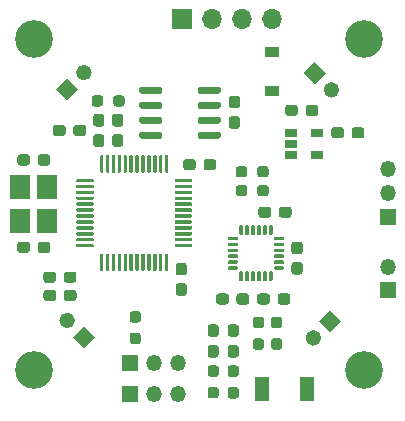
<source format=gbr>
%TF.GenerationSoftware,KiCad,Pcbnew,(5.1.7)-1*%
%TF.CreationDate,2020-10-30T21:16:44-07:00*%
%TF.ProjectId,Drone,44726f6e-652e-46b6-9963-61645f706362,rev?*%
%TF.SameCoordinates,Original*%
%TF.FileFunction,Soldermask,Top*%
%TF.FilePolarity,Negative*%
%FSLAX46Y46*%
G04 Gerber Fmt 4.6, Leading zero omitted, Abs format (unit mm)*
G04 Created by KiCad (PCBNEW (5.1.7)-1) date 2020-10-30 21:16:44*
%MOMM*%
%LPD*%
G01*
G04 APERTURE LIST*
%ADD10O,1.700000X1.700000*%
%ADD11R,1.700000X1.700000*%
%ADD12O,1.350000X1.350000*%
%ADD13R,1.350000X1.350000*%
%ADD14C,0.100000*%
%ADD15R,1.200000X0.900000*%
%ADD16C,3.200000*%
%ADD17R,1.800000X2.100000*%
%ADD18R,1.200000X2.150000*%
%ADD19R,1.060000X0.650000*%
G04 APERTURE END LIST*
D10*
%TO.C,J1*%
X87640000Y-60800000D03*
D11*
X85100000Y-60800000D03*
D10*
X90180000Y-60800000D03*
X92720000Y-60800000D03*
%TD*%
D12*
%TO.C,J5*%
X102500000Y-81750000D03*
D13*
X102500000Y-83750000D03*
%TD*%
D12*
%TO.C,J2*%
X102500000Y-75500000D03*
D13*
X102500000Y-77500000D03*
D12*
X102500000Y-73500000D03*
%TD*%
%TO.C,J4*%
X82700000Y-92500000D03*
D13*
X80700000Y-92500000D03*
D12*
X84700000Y-92500000D03*
%TD*%
%TO.C,J3*%
X82700000Y-89900000D03*
D13*
X80700000Y-89900000D03*
D12*
X84700000Y-89900000D03*
%TD*%
%TO.C,S4*%
G36*
G01*
X75813083Y-85808489D02*
X75813083Y-85808489D01*
G75*
G02*
X75813083Y-86763083I-477297J-477297D01*
G01*
X75813083Y-86763083D01*
G75*
G02*
X74858489Y-86763083I-477297J477297D01*
G01*
X74858489Y-86763083D01*
G75*
G02*
X74858489Y-85808489I477297J477297D01*
G01*
X74858489Y-85808489D01*
G75*
G02*
X75813083Y-85808489I477297J-477297D01*
G01*
G37*
D14*
G36*
X76750000Y-86745406D02*
G01*
X77704594Y-87700000D01*
X76750000Y-88654594D01*
X75795406Y-87700000D01*
X76750000Y-86745406D01*
G37*
%TD*%
%TO.C,S3*%
G36*
G01*
X77227297Y-65777297D02*
X77227297Y-65777297D01*
G75*
G02*
X76272703Y-65777297I-477297J477297D01*
G01*
X76272703Y-65777297D01*
G75*
G02*
X76272703Y-64822703I477297J477297D01*
G01*
X76272703Y-64822703D01*
G75*
G02*
X77227297Y-64822703I477297J-477297D01*
G01*
X77227297Y-64822703D01*
G75*
G02*
X77227297Y-65777297I-477297J-477297D01*
G01*
G37*
G36*
X76290380Y-66714214D02*
G01*
X75335786Y-67668808D01*
X74381192Y-66714214D01*
X75335786Y-65759620D01*
X76290380Y-66714214D01*
G37*
%TD*%
%TO.C,S2*%
G36*
G01*
X97236917Y-67241511D02*
X97236917Y-67241511D01*
G75*
G02*
X97236917Y-66286917I477297J477297D01*
G01*
X97236917Y-66286917D01*
G75*
G02*
X98191511Y-66286917I477297J-477297D01*
G01*
X98191511Y-66286917D01*
G75*
G02*
X98191511Y-67241511I-477297J-477297D01*
G01*
X98191511Y-67241511D01*
G75*
G02*
X97236917Y-67241511I-477297J477297D01*
G01*
G37*
G36*
X96300000Y-66304594D02*
G01*
X95345406Y-65350000D01*
X96300000Y-64395406D01*
X97254594Y-65350000D01*
X96300000Y-66304594D01*
G37*
%TD*%
%TO.C,S1*%
G36*
G01*
X95708489Y-87286917D02*
X95708489Y-87286917D01*
G75*
G02*
X96663083Y-87286917I477297J-477297D01*
G01*
X96663083Y-87286917D01*
G75*
G02*
X96663083Y-88241511I-477297J-477297D01*
G01*
X96663083Y-88241511D01*
G75*
G02*
X95708489Y-88241511I-477297J477297D01*
G01*
X95708489Y-88241511D01*
G75*
G02*
X95708489Y-87286917I477297J477297D01*
G01*
G37*
G36*
X96645406Y-86350000D02*
G01*
X97600000Y-85395406D01*
X98554594Y-86350000D01*
X97600000Y-87304594D01*
X96645406Y-86350000D01*
G37*
%TD*%
D15*
%TO.C,D1*%
X92700000Y-66850000D03*
X92700000Y-63550000D03*
%TD*%
%TO.C,C15*%
G36*
G01*
X93150000Y-84712500D02*
X93150000Y-84237500D01*
G75*
G02*
X93387500Y-84000000I237500J0D01*
G01*
X93987500Y-84000000D01*
G75*
G02*
X94225000Y-84237500I0J-237500D01*
G01*
X94225000Y-84712500D01*
G75*
G02*
X93987500Y-84950000I-237500J0D01*
G01*
X93387500Y-84950000D01*
G75*
G02*
X93150000Y-84712500I0J237500D01*
G01*
G37*
G36*
G01*
X91425000Y-84712500D02*
X91425000Y-84237500D01*
G75*
G02*
X91662500Y-84000000I237500J0D01*
G01*
X92262500Y-84000000D01*
G75*
G02*
X92500000Y-84237500I0J-237500D01*
G01*
X92500000Y-84712500D01*
G75*
G02*
X92262500Y-84950000I-237500J0D01*
G01*
X91662500Y-84950000D01*
G75*
G02*
X91425000Y-84712500I0J237500D01*
G01*
G37*
%TD*%
D16*
%TO.C,H5*%
X72500000Y-62500000D03*
%TD*%
%TO.C,D2*%
G36*
G01*
X87937500Y-89425000D02*
X87462500Y-89425000D01*
G75*
G02*
X87225000Y-89187500I0J237500D01*
G01*
X87225000Y-88612500D01*
G75*
G02*
X87462500Y-88375000I237500J0D01*
G01*
X87937500Y-88375000D01*
G75*
G02*
X88175000Y-88612500I0J-237500D01*
G01*
X88175000Y-89187500D01*
G75*
G02*
X87937500Y-89425000I-237500J0D01*
G01*
G37*
G36*
G01*
X87937500Y-87675000D02*
X87462500Y-87675000D01*
G75*
G02*
X87225000Y-87437500I0J237500D01*
G01*
X87225000Y-86862500D01*
G75*
G02*
X87462500Y-86625000I237500J0D01*
G01*
X87937500Y-86625000D01*
G75*
G02*
X88175000Y-86862500I0J-237500D01*
G01*
X88175000Y-87437500D01*
G75*
G02*
X87937500Y-87675000I-237500J0D01*
G01*
G37*
%TD*%
%TO.C,D3*%
G36*
G01*
X89637500Y-87675000D02*
X89162500Y-87675000D01*
G75*
G02*
X88925000Y-87437500I0J237500D01*
G01*
X88925000Y-86862500D01*
G75*
G02*
X89162500Y-86625000I237500J0D01*
G01*
X89637500Y-86625000D01*
G75*
G02*
X89875000Y-86862500I0J-237500D01*
G01*
X89875000Y-87437500D01*
G75*
G02*
X89637500Y-87675000I-237500J0D01*
G01*
G37*
G36*
G01*
X89637500Y-89425000D02*
X89162500Y-89425000D01*
G75*
G02*
X88925000Y-89187500I0J237500D01*
G01*
X88925000Y-88612500D01*
G75*
G02*
X89162500Y-88375000I237500J0D01*
G01*
X89637500Y-88375000D01*
G75*
G02*
X89875000Y-88612500I0J-237500D01*
G01*
X89875000Y-89187500D01*
G75*
G02*
X89637500Y-89425000I-237500J0D01*
G01*
G37*
%TD*%
%TO.C,H3*%
X100500000Y-90500000D03*
%TD*%
%TO.C,H4*%
X100500000Y-62500000D03*
%TD*%
%TO.C,H6*%
X72500000Y-90500000D03*
%TD*%
D17*
%TO.C,Y1*%
X71370000Y-74950000D03*
X71370000Y-77850000D03*
X73670000Y-77850000D03*
X73670000Y-74950000D03*
%TD*%
%TO.C,R1*%
G36*
G01*
X80212500Y-67462500D02*
X80212500Y-67937500D01*
G75*
G02*
X79975000Y-68175000I-237500J0D01*
G01*
X79475000Y-68175000D01*
G75*
G02*
X79237500Y-67937500I0J237500D01*
G01*
X79237500Y-67462500D01*
G75*
G02*
X79475000Y-67225000I237500J0D01*
G01*
X79975000Y-67225000D01*
G75*
G02*
X80212500Y-67462500I0J-237500D01*
G01*
G37*
G36*
G01*
X78387500Y-67462500D02*
X78387500Y-67937500D01*
G75*
G02*
X78150000Y-68175000I-237500J0D01*
G01*
X77650000Y-68175000D01*
G75*
G02*
X77412500Y-67937500I0J237500D01*
G01*
X77412500Y-67462500D01*
G75*
G02*
X77650000Y-67225000I237500J0D01*
G01*
X78150000Y-67225000D01*
G75*
G02*
X78387500Y-67462500I0J-237500D01*
G01*
G37*
%TD*%
%TO.C,R2*%
G36*
G01*
X80862500Y-85500000D02*
X81337500Y-85500000D01*
G75*
G02*
X81575000Y-85737500I0J-237500D01*
G01*
X81575000Y-86237500D01*
G75*
G02*
X81337500Y-86475000I-237500J0D01*
G01*
X80862500Y-86475000D01*
G75*
G02*
X80625000Y-86237500I0J237500D01*
G01*
X80625000Y-85737500D01*
G75*
G02*
X80862500Y-85500000I237500J0D01*
G01*
G37*
G36*
G01*
X80862500Y-87325000D02*
X81337500Y-87325000D01*
G75*
G02*
X81575000Y-87562500I0J-237500D01*
G01*
X81575000Y-88062500D01*
G75*
G02*
X81337500Y-88300000I-237500J0D01*
G01*
X80862500Y-88300000D01*
G75*
G02*
X80625000Y-88062500I0J237500D01*
G01*
X80625000Y-87562500D01*
G75*
G02*
X80862500Y-87325000I237500J0D01*
G01*
G37*
%TD*%
%TO.C,R3*%
G36*
G01*
X90587500Y-75062500D02*
X90587500Y-75537500D01*
G75*
G02*
X90350000Y-75775000I-237500J0D01*
G01*
X89850000Y-75775000D01*
G75*
G02*
X89612500Y-75537500I0J237500D01*
G01*
X89612500Y-75062500D01*
G75*
G02*
X89850000Y-74825000I237500J0D01*
G01*
X90350000Y-74825000D01*
G75*
G02*
X90587500Y-75062500I0J-237500D01*
G01*
G37*
G36*
G01*
X92412500Y-75062500D02*
X92412500Y-75537500D01*
G75*
G02*
X92175000Y-75775000I-237500J0D01*
G01*
X91675000Y-75775000D01*
G75*
G02*
X91437500Y-75537500I0J237500D01*
G01*
X91437500Y-75062500D01*
G75*
G02*
X91675000Y-74825000I237500J0D01*
G01*
X92175000Y-74825000D01*
G75*
G02*
X92412500Y-75062500I0J-237500D01*
G01*
G37*
%TD*%
%TO.C,R4*%
G36*
G01*
X92400000Y-73462500D02*
X92400000Y-73937500D01*
G75*
G02*
X92162500Y-74175000I-237500J0D01*
G01*
X91662500Y-74175000D01*
G75*
G02*
X91425000Y-73937500I0J237500D01*
G01*
X91425000Y-73462500D01*
G75*
G02*
X91662500Y-73225000I237500J0D01*
G01*
X92162500Y-73225000D01*
G75*
G02*
X92400000Y-73462500I0J-237500D01*
G01*
G37*
G36*
G01*
X90575000Y-73462500D02*
X90575000Y-73937500D01*
G75*
G02*
X90337500Y-74175000I-237500J0D01*
G01*
X89837500Y-74175000D01*
G75*
G02*
X89600000Y-73937500I0J237500D01*
G01*
X89600000Y-73462500D01*
G75*
G02*
X89837500Y-73225000I237500J0D01*
G01*
X90337500Y-73225000D01*
G75*
G02*
X90575000Y-73462500I0J-237500D01*
G01*
G37*
%TD*%
%TO.C,R5*%
G36*
G01*
X92837500Y-87800000D02*
X93312500Y-87800000D01*
G75*
G02*
X93550000Y-88037500I0J-237500D01*
G01*
X93550000Y-88537500D01*
G75*
G02*
X93312500Y-88775000I-237500J0D01*
G01*
X92837500Y-88775000D01*
G75*
G02*
X92600000Y-88537500I0J237500D01*
G01*
X92600000Y-88037500D01*
G75*
G02*
X92837500Y-87800000I237500J0D01*
G01*
G37*
G36*
G01*
X92837500Y-85975000D02*
X93312500Y-85975000D01*
G75*
G02*
X93550000Y-86212500I0J-237500D01*
G01*
X93550000Y-86712500D01*
G75*
G02*
X93312500Y-86950000I-237500J0D01*
G01*
X92837500Y-86950000D01*
G75*
G02*
X92600000Y-86712500I0J237500D01*
G01*
X92600000Y-86212500D01*
G75*
G02*
X92837500Y-85975000I237500J0D01*
G01*
G37*
%TD*%
%TO.C,R6*%
G36*
G01*
X91292499Y-87810001D02*
X91767499Y-87810001D01*
G75*
G02*
X92004999Y-88047501I0J-237500D01*
G01*
X92004999Y-88547501D01*
G75*
G02*
X91767499Y-88785001I-237500J0D01*
G01*
X91292499Y-88785001D01*
G75*
G02*
X91054999Y-88547501I0J237500D01*
G01*
X91054999Y-88047501D01*
G75*
G02*
X91292499Y-87810001I237500J0D01*
G01*
G37*
G36*
G01*
X91292499Y-85985001D02*
X91767499Y-85985001D01*
G75*
G02*
X92004999Y-86222501I0J-237500D01*
G01*
X92004999Y-86722501D01*
G75*
G02*
X91767499Y-86960001I-237500J0D01*
G01*
X91292499Y-86960001D01*
G75*
G02*
X91054999Y-86722501I0J237500D01*
G01*
X91054999Y-86222501D01*
G75*
G02*
X91292499Y-85985001I237500J0D01*
G01*
G37*
%TD*%
%TO.C,R7*%
G36*
G01*
X87462500Y-91912500D02*
X87937500Y-91912500D01*
G75*
G02*
X88175000Y-92150000I0J-237500D01*
G01*
X88175000Y-92650000D01*
G75*
G02*
X87937500Y-92887500I-237500J0D01*
G01*
X87462500Y-92887500D01*
G75*
G02*
X87225000Y-92650000I0J237500D01*
G01*
X87225000Y-92150000D01*
G75*
G02*
X87462500Y-91912500I237500J0D01*
G01*
G37*
G36*
G01*
X87462500Y-90087500D02*
X87937500Y-90087500D01*
G75*
G02*
X88175000Y-90325000I0J-237500D01*
G01*
X88175000Y-90825000D01*
G75*
G02*
X87937500Y-91062500I-237500J0D01*
G01*
X87462500Y-91062500D01*
G75*
G02*
X87225000Y-90825000I0J237500D01*
G01*
X87225000Y-90325000D01*
G75*
G02*
X87462500Y-90087500I237500J0D01*
G01*
G37*
%TD*%
%TO.C,R8*%
G36*
G01*
X89162500Y-90100000D02*
X89637500Y-90100000D01*
G75*
G02*
X89875000Y-90337500I0J-237500D01*
G01*
X89875000Y-90837500D01*
G75*
G02*
X89637500Y-91075000I-237500J0D01*
G01*
X89162500Y-91075000D01*
G75*
G02*
X88925000Y-90837500I0J237500D01*
G01*
X88925000Y-90337500D01*
G75*
G02*
X89162500Y-90100000I237500J0D01*
G01*
G37*
G36*
G01*
X89162500Y-91925000D02*
X89637500Y-91925000D01*
G75*
G02*
X89875000Y-92162500I0J-237500D01*
G01*
X89875000Y-92662500D01*
G75*
G02*
X89637500Y-92900000I-237500J0D01*
G01*
X89162500Y-92900000D01*
G75*
G02*
X88925000Y-92662500I0J237500D01*
G01*
X88925000Y-92162500D01*
G75*
G02*
X89162500Y-91925000I237500J0D01*
G01*
G37*
%TD*%
D18*
%TO.C,SW1*%
X91875000Y-92100000D03*
X95675000Y-92100000D03*
%TD*%
D19*
%TO.C,U1*%
X94300000Y-70400000D03*
X94300000Y-71350000D03*
X94300000Y-72300000D03*
X96500000Y-72300000D03*
X96500000Y-70400000D03*
%TD*%
%TO.C,U2*%
G36*
G01*
X81450000Y-66945000D02*
X81450000Y-66645000D01*
G75*
G02*
X81600000Y-66495000I150000J0D01*
G01*
X83250000Y-66495000D01*
G75*
G02*
X83400000Y-66645000I0J-150000D01*
G01*
X83400000Y-66945000D01*
G75*
G02*
X83250000Y-67095000I-150000J0D01*
G01*
X81600000Y-67095000D01*
G75*
G02*
X81450000Y-66945000I0J150000D01*
G01*
G37*
G36*
G01*
X81450000Y-68215000D02*
X81450000Y-67915000D01*
G75*
G02*
X81600000Y-67765000I150000J0D01*
G01*
X83250000Y-67765000D01*
G75*
G02*
X83400000Y-67915000I0J-150000D01*
G01*
X83400000Y-68215000D01*
G75*
G02*
X83250000Y-68365000I-150000J0D01*
G01*
X81600000Y-68365000D01*
G75*
G02*
X81450000Y-68215000I0J150000D01*
G01*
G37*
G36*
G01*
X81450000Y-69485000D02*
X81450000Y-69185000D01*
G75*
G02*
X81600000Y-69035000I150000J0D01*
G01*
X83250000Y-69035000D01*
G75*
G02*
X83400000Y-69185000I0J-150000D01*
G01*
X83400000Y-69485000D01*
G75*
G02*
X83250000Y-69635000I-150000J0D01*
G01*
X81600000Y-69635000D01*
G75*
G02*
X81450000Y-69485000I0J150000D01*
G01*
G37*
G36*
G01*
X81450000Y-70755000D02*
X81450000Y-70455000D01*
G75*
G02*
X81600000Y-70305000I150000J0D01*
G01*
X83250000Y-70305000D01*
G75*
G02*
X83400000Y-70455000I0J-150000D01*
G01*
X83400000Y-70755000D01*
G75*
G02*
X83250000Y-70905000I-150000J0D01*
G01*
X81600000Y-70905000D01*
G75*
G02*
X81450000Y-70755000I0J150000D01*
G01*
G37*
G36*
G01*
X86400000Y-70755000D02*
X86400000Y-70455000D01*
G75*
G02*
X86550000Y-70305000I150000J0D01*
G01*
X88200000Y-70305000D01*
G75*
G02*
X88350000Y-70455000I0J-150000D01*
G01*
X88350000Y-70755000D01*
G75*
G02*
X88200000Y-70905000I-150000J0D01*
G01*
X86550000Y-70905000D01*
G75*
G02*
X86400000Y-70755000I0J150000D01*
G01*
G37*
G36*
G01*
X86400000Y-69485000D02*
X86400000Y-69185000D01*
G75*
G02*
X86550000Y-69035000I150000J0D01*
G01*
X88200000Y-69035000D01*
G75*
G02*
X88350000Y-69185000I0J-150000D01*
G01*
X88350000Y-69485000D01*
G75*
G02*
X88200000Y-69635000I-150000J0D01*
G01*
X86550000Y-69635000D01*
G75*
G02*
X86400000Y-69485000I0J150000D01*
G01*
G37*
G36*
G01*
X86400000Y-68215000D02*
X86400000Y-67915000D01*
G75*
G02*
X86550000Y-67765000I150000J0D01*
G01*
X88200000Y-67765000D01*
G75*
G02*
X88350000Y-67915000I0J-150000D01*
G01*
X88350000Y-68215000D01*
G75*
G02*
X88200000Y-68365000I-150000J0D01*
G01*
X86550000Y-68365000D01*
G75*
G02*
X86400000Y-68215000I0J150000D01*
G01*
G37*
G36*
G01*
X86400000Y-66945000D02*
X86400000Y-66645000D01*
G75*
G02*
X86550000Y-66495000I150000J0D01*
G01*
X88200000Y-66495000D01*
G75*
G02*
X88350000Y-66645000I0J-150000D01*
G01*
X88350000Y-66945000D01*
G75*
G02*
X88200000Y-67095000I-150000J0D01*
G01*
X86550000Y-67095000D01*
G75*
G02*
X86400000Y-66945000I0J150000D01*
G01*
G37*
%TD*%
%TO.C,U4*%
G36*
G01*
X88950000Y-79425000D02*
X88950000Y-79275000D01*
G75*
G02*
X89025000Y-79200000I75000J0D01*
G01*
X89725000Y-79200000D01*
G75*
G02*
X89800000Y-79275000I0J-75000D01*
G01*
X89800000Y-79425000D01*
G75*
G02*
X89725000Y-79500000I-75000J0D01*
G01*
X89025000Y-79500000D01*
G75*
G02*
X88950000Y-79425000I0J75000D01*
G01*
G37*
G36*
G01*
X88950000Y-79925000D02*
X88950000Y-79775000D01*
G75*
G02*
X89025000Y-79700000I75000J0D01*
G01*
X89725000Y-79700000D01*
G75*
G02*
X89800000Y-79775000I0J-75000D01*
G01*
X89800000Y-79925000D01*
G75*
G02*
X89725000Y-80000000I-75000J0D01*
G01*
X89025000Y-80000000D01*
G75*
G02*
X88950000Y-79925000I0J75000D01*
G01*
G37*
G36*
G01*
X88950000Y-80425000D02*
X88950000Y-80275000D01*
G75*
G02*
X89025000Y-80200000I75000J0D01*
G01*
X89725000Y-80200000D01*
G75*
G02*
X89800000Y-80275000I0J-75000D01*
G01*
X89800000Y-80425000D01*
G75*
G02*
X89725000Y-80500000I-75000J0D01*
G01*
X89025000Y-80500000D01*
G75*
G02*
X88950000Y-80425000I0J75000D01*
G01*
G37*
G36*
G01*
X88950000Y-80925000D02*
X88950000Y-80775000D01*
G75*
G02*
X89025000Y-80700000I75000J0D01*
G01*
X89725000Y-80700000D01*
G75*
G02*
X89800000Y-80775000I0J-75000D01*
G01*
X89800000Y-80925000D01*
G75*
G02*
X89725000Y-81000000I-75000J0D01*
G01*
X89025000Y-81000000D01*
G75*
G02*
X88950000Y-80925000I0J75000D01*
G01*
G37*
G36*
G01*
X88950000Y-81425000D02*
X88950000Y-81275000D01*
G75*
G02*
X89025000Y-81200000I75000J0D01*
G01*
X89725000Y-81200000D01*
G75*
G02*
X89800000Y-81275000I0J-75000D01*
G01*
X89800000Y-81425000D01*
G75*
G02*
X89725000Y-81500000I-75000J0D01*
G01*
X89025000Y-81500000D01*
G75*
G02*
X88950000Y-81425000I0J75000D01*
G01*
G37*
G36*
G01*
X88950000Y-81925000D02*
X88950000Y-81775000D01*
G75*
G02*
X89025000Y-81700000I75000J0D01*
G01*
X89725000Y-81700000D01*
G75*
G02*
X89800000Y-81775000I0J-75000D01*
G01*
X89800000Y-81925000D01*
G75*
G02*
X89725000Y-82000000I-75000J0D01*
G01*
X89025000Y-82000000D01*
G75*
G02*
X88950000Y-81925000I0J75000D01*
G01*
G37*
G36*
G01*
X90150000Y-82975000D02*
X90000000Y-82975000D01*
G75*
G02*
X89925000Y-82900000I0J75000D01*
G01*
X89925000Y-82200000D01*
G75*
G02*
X90000000Y-82125000I75000J0D01*
G01*
X90150000Y-82125000D01*
G75*
G02*
X90225000Y-82200000I0J-75000D01*
G01*
X90225000Y-82900000D01*
G75*
G02*
X90150000Y-82975000I-75000J0D01*
G01*
G37*
G36*
G01*
X90650000Y-82975000D02*
X90500000Y-82975000D01*
G75*
G02*
X90425000Y-82900000I0J75000D01*
G01*
X90425000Y-82200000D01*
G75*
G02*
X90500000Y-82125000I75000J0D01*
G01*
X90650000Y-82125000D01*
G75*
G02*
X90725000Y-82200000I0J-75000D01*
G01*
X90725000Y-82900000D01*
G75*
G02*
X90650000Y-82975000I-75000J0D01*
G01*
G37*
G36*
G01*
X91150000Y-82975000D02*
X91000000Y-82975000D01*
G75*
G02*
X90925000Y-82900000I0J75000D01*
G01*
X90925000Y-82200000D01*
G75*
G02*
X91000000Y-82125000I75000J0D01*
G01*
X91150000Y-82125000D01*
G75*
G02*
X91225000Y-82200000I0J-75000D01*
G01*
X91225000Y-82900000D01*
G75*
G02*
X91150000Y-82975000I-75000J0D01*
G01*
G37*
G36*
G01*
X91650000Y-82975000D02*
X91500000Y-82975000D01*
G75*
G02*
X91425000Y-82900000I0J75000D01*
G01*
X91425000Y-82200000D01*
G75*
G02*
X91500000Y-82125000I75000J0D01*
G01*
X91650000Y-82125000D01*
G75*
G02*
X91725000Y-82200000I0J-75000D01*
G01*
X91725000Y-82900000D01*
G75*
G02*
X91650000Y-82975000I-75000J0D01*
G01*
G37*
G36*
G01*
X92150000Y-82975000D02*
X92000000Y-82975000D01*
G75*
G02*
X91925000Y-82900000I0J75000D01*
G01*
X91925000Y-82200000D01*
G75*
G02*
X92000000Y-82125000I75000J0D01*
G01*
X92150000Y-82125000D01*
G75*
G02*
X92225000Y-82200000I0J-75000D01*
G01*
X92225000Y-82900000D01*
G75*
G02*
X92150000Y-82975000I-75000J0D01*
G01*
G37*
G36*
G01*
X92650000Y-82975000D02*
X92500000Y-82975000D01*
G75*
G02*
X92425000Y-82900000I0J75000D01*
G01*
X92425000Y-82200000D01*
G75*
G02*
X92500000Y-82125000I75000J0D01*
G01*
X92650000Y-82125000D01*
G75*
G02*
X92725000Y-82200000I0J-75000D01*
G01*
X92725000Y-82900000D01*
G75*
G02*
X92650000Y-82975000I-75000J0D01*
G01*
G37*
G36*
G01*
X92850000Y-81925000D02*
X92850000Y-81775000D01*
G75*
G02*
X92925000Y-81700000I75000J0D01*
G01*
X93625000Y-81700000D01*
G75*
G02*
X93700000Y-81775000I0J-75000D01*
G01*
X93700000Y-81925000D01*
G75*
G02*
X93625000Y-82000000I-75000J0D01*
G01*
X92925000Y-82000000D01*
G75*
G02*
X92850000Y-81925000I0J75000D01*
G01*
G37*
G36*
G01*
X92850000Y-81425000D02*
X92850000Y-81275000D01*
G75*
G02*
X92925000Y-81200000I75000J0D01*
G01*
X93625000Y-81200000D01*
G75*
G02*
X93700000Y-81275000I0J-75000D01*
G01*
X93700000Y-81425000D01*
G75*
G02*
X93625000Y-81500000I-75000J0D01*
G01*
X92925000Y-81500000D01*
G75*
G02*
X92850000Y-81425000I0J75000D01*
G01*
G37*
G36*
G01*
X92850000Y-80925000D02*
X92850000Y-80775000D01*
G75*
G02*
X92925000Y-80700000I75000J0D01*
G01*
X93625000Y-80700000D01*
G75*
G02*
X93700000Y-80775000I0J-75000D01*
G01*
X93700000Y-80925000D01*
G75*
G02*
X93625000Y-81000000I-75000J0D01*
G01*
X92925000Y-81000000D01*
G75*
G02*
X92850000Y-80925000I0J75000D01*
G01*
G37*
G36*
G01*
X92850000Y-80425000D02*
X92850000Y-80275000D01*
G75*
G02*
X92925000Y-80200000I75000J0D01*
G01*
X93625000Y-80200000D01*
G75*
G02*
X93700000Y-80275000I0J-75000D01*
G01*
X93700000Y-80425000D01*
G75*
G02*
X93625000Y-80500000I-75000J0D01*
G01*
X92925000Y-80500000D01*
G75*
G02*
X92850000Y-80425000I0J75000D01*
G01*
G37*
G36*
G01*
X92850000Y-79925000D02*
X92850000Y-79775000D01*
G75*
G02*
X92925000Y-79700000I75000J0D01*
G01*
X93625000Y-79700000D01*
G75*
G02*
X93700000Y-79775000I0J-75000D01*
G01*
X93700000Y-79925000D01*
G75*
G02*
X93625000Y-80000000I-75000J0D01*
G01*
X92925000Y-80000000D01*
G75*
G02*
X92850000Y-79925000I0J75000D01*
G01*
G37*
G36*
G01*
X92850000Y-79425000D02*
X92850000Y-79275000D01*
G75*
G02*
X92925000Y-79200000I75000J0D01*
G01*
X93625000Y-79200000D01*
G75*
G02*
X93700000Y-79275000I0J-75000D01*
G01*
X93700000Y-79425000D01*
G75*
G02*
X93625000Y-79500000I-75000J0D01*
G01*
X92925000Y-79500000D01*
G75*
G02*
X92850000Y-79425000I0J75000D01*
G01*
G37*
G36*
G01*
X92650000Y-79075000D02*
X92500000Y-79075000D01*
G75*
G02*
X92425000Y-79000000I0J75000D01*
G01*
X92425000Y-78300000D01*
G75*
G02*
X92500000Y-78225000I75000J0D01*
G01*
X92650000Y-78225000D01*
G75*
G02*
X92725000Y-78300000I0J-75000D01*
G01*
X92725000Y-79000000D01*
G75*
G02*
X92650000Y-79075000I-75000J0D01*
G01*
G37*
G36*
G01*
X92150000Y-79075000D02*
X92000000Y-79075000D01*
G75*
G02*
X91925000Y-79000000I0J75000D01*
G01*
X91925000Y-78300000D01*
G75*
G02*
X92000000Y-78225000I75000J0D01*
G01*
X92150000Y-78225000D01*
G75*
G02*
X92225000Y-78300000I0J-75000D01*
G01*
X92225000Y-79000000D01*
G75*
G02*
X92150000Y-79075000I-75000J0D01*
G01*
G37*
G36*
G01*
X91650000Y-79075000D02*
X91500000Y-79075000D01*
G75*
G02*
X91425000Y-79000000I0J75000D01*
G01*
X91425000Y-78300000D01*
G75*
G02*
X91500000Y-78225000I75000J0D01*
G01*
X91650000Y-78225000D01*
G75*
G02*
X91725000Y-78300000I0J-75000D01*
G01*
X91725000Y-79000000D01*
G75*
G02*
X91650000Y-79075000I-75000J0D01*
G01*
G37*
G36*
G01*
X91150000Y-79075000D02*
X91000000Y-79075000D01*
G75*
G02*
X90925000Y-79000000I0J75000D01*
G01*
X90925000Y-78300000D01*
G75*
G02*
X91000000Y-78225000I75000J0D01*
G01*
X91150000Y-78225000D01*
G75*
G02*
X91225000Y-78300000I0J-75000D01*
G01*
X91225000Y-79000000D01*
G75*
G02*
X91150000Y-79075000I-75000J0D01*
G01*
G37*
G36*
G01*
X90650000Y-79075000D02*
X90500000Y-79075000D01*
G75*
G02*
X90425000Y-79000000I0J75000D01*
G01*
X90425000Y-78300000D01*
G75*
G02*
X90500000Y-78225000I75000J0D01*
G01*
X90650000Y-78225000D01*
G75*
G02*
X90725000Y-78300000I0J-75000D01*
G01*
X90725000Y-79000000D01*
G75*
G02*
X90650000Y-79075000I-75000J0D01*
G01*
G37*
G36*
G01*
X90150000Y-79075000D02*
X90000000Y-79075000D01*
G75*
G02*
X89925000Y-79000000I0J75000D01*
G01*
X89925000Y-78300000D01*
G75*
G02*
X90000000Y-78225000I75000J0D01*
G01*
X90150000Y-78225000D01*
G75*
G02*
X90225000Y-78300000I0J-75000D01*
G01*
X90225000Y-79000000D01*
G75*
G02*
X90150000Y-79075000I-75000J0D01*
G01*
G37*
%TD*%
%TO.C,C1*%
G36*
G01*
X76937500Y-69962500D02*
X76937500Y-70437500D01*
G75*
G02*
X76700000Y-70675000I-237500J0D01*
G01*
X76100000Y-70675000D01*
G75*
G02*
X75862500Y-70437500I0J237500D01*
G01*
X75862500Y-69962500D01*
G75*
G02*
X76100000Y-69725000I237500J0D01*
G01*
X76700000Y-69725000D01*
G75*
G02*
X76937500Y-69962500I0J-237500D01*
G01*
G37*
G36*
G01*
X75212500Y-69962500D02*
X75212500Y-70437500D01*
G75*
G02*
X74975000Y-70675000I-237500J0D01*
G01*
X74375000Y-70675000D01*
G75*
G02*
X74137500Y-70437500I0J237500D01*
G01*
X74137500Y-69962500D01*
G75*
G02*
X74375000Y-69725000I237500J0D01*
G01*
X74975000Y-69725000D01*
G75*
G02*
X75212500Y-69962500I0J-237500D01*
G01*
G37*
%TD*%
%TO.C,C2*%
G36*
G01*
X84762500Y-83125000D02*
X85237500Y-83125000D01*
G75*
G02*
X85475000Y-83362500I0J-237500D01*
G01*
X85475000Y-83962500D01*
G75*
G02*
X85237500Y-84200000I-237500J0D01*
G01*
X84762500Y-84200000D01*
G75*
G02*
X84525000Y-83962500I0J237500D01*
G01*
X84525000Y-83362500D01*
G75*
G02*
X84762500Y-83125000I237500J0D01*
G01*
G37*
G36*
G01*
X84762500Y-81400000D02*
X85237500Y-81400000D01*
G75*
G02*
X85475000Y-81637500I0J-237500D01*
G01*
X85475000Y-82237500D01*
G75*
G02*
X85237500Y-82475000I-237500J0D01*
G01*
X84762500Y-82475000D01*
G75*
G02*
X84525000Y-82237500I0J237500D01*
G01*
X84525000Y-81637500D01*
G75*
G02*
X84762500Y-81400000I237500J0D01*
G01*
G37*
%TD*%
%TO.C,C3*%
G36*
G01*
X86887500Y-73337500D02*
X86887500Y-72862500D01*
G75*
G02*
X87125000Y-72625000I237500J0D01*
G01*
X87725000Y-72625000D01*
G75*
G02*
X87962500Y-72862500I0J-237500D01*
G01*
X87962500Y-73337500D01*
G75*
G02*
X87725000Y-73575000I-237500J0D01*
G01*
X87125000Y-73575000D01*
G75*
G02*
X86887500Y-73337500I0J237500D01*
G01*
G37*
G36*
G01*
X85162500Y-73337500D02*
X85162500Y-72862500D01*
G75*
G02*
X85400000Y-72625000I237500J0D01*
G01*
X86000000Y-72625000D01*
G75*
G02*
X86237500Y-72862500I0J-237500D01*
G01*
X86237500Y-73337500D01*
G75*
G02*
X86000000Y-73575000I-237500J0D01*
G01*
X85400000Y-73575000D01*
G75*
G02*
X85162500Y-73337500I0J237500D01*
G01*
G37*
%TD*%
%TO.C,C4*%
G36*
G01*
X78247500Y-69875000D02*
X77772500Y-69875000D01*
G75*
G02*
X77535000Y-69637500I0J237500D01*
G01*
X77535000Y-69037500D01*
G75*
G02*
X77772500Y-68800000I237500J0D01*
G01*
X78247500Y-68800000D01*
G75*
G02*
X78485000Y-69037500I0J-237500D01*
G01*
X78485000Y-69637500D01*
G75*
G02*
X78247500Y-69875000I-237500J0D01*
G01*
G37*
G36*
G01*
X78247500Y-71600000D02*
X77772500Y-71600000D01*
G75*
G02*
X77535000Y-71362500I0J237500D01*
G01*
X77535000Y-70762500D01*
G75*
G02*
X77772500Y-70525000I237500J0D01*
G01*
X78247500Y-70525000D01*
G75*
G02*
X78485000Y-70762500I0J-237500D01*
G01*
X78485000Y-71362500D01*
G75*
G02*
X78247500Y-71600000I-237500J0D01*
G01*
G37*
%TD*%
%TO.C,C5*%
G36*
G01*
X79847500Y-69872500D02*
X79372500Y-69872500D01*
G75*
G02*
X79135000Y-69635000I0J237500D01*
G01*
X79135000Y-69035000D01*
G75*
G02*
X79372500Y-68797500I237500J0D01*
G01*
X79847500Y-68797500D01*
G75*
G02*
X80085000Y-69035000I0J-237500D01*
G01*
X80085000Y-69635000D01*
G75*
G02*
X79847500Y-69872500I-237500J0D01*
G01*
G37*
G36*
G01*
X79847500Y-71597500D02*
X79372500Y-71597500D01*
G75*
G02*
X79135000Y-71360000I0J237500D01*
G01*
X79135000Y-70760000D01*
G75*
G02*
X79372500Y-70522500I237500J0D01*
G01*
X79847500Y-70522500D01*
G75*
G02*
X80085000Y-70760000I0J-237500D01*
G01*
X80085000Y-71360000D01*
G75*
G02*
X79847500Y-71597500I-237500J0D01*
G01*
G37*
%TD*%
%TO.C,C6*%
G36*
G01*
X76120000Y-82392500D02*
X76120000Y-82867500D01*
G75*
G02*
X75882500Y-83105000I-237500J0D01*
G01*
X75282500Y-83105000D01*
G75*
G02*
X75045000Y-82867500I0J237500D01*
G01*
X75045000Y-82392500D01*
G75*
G02*
X75282500Y-82155000I237500J0D01*
G01*
X75882500Y-82155000D01*
G75*
G02*
X76120000Y-82392500I0J-237500D01*
G01*
G37*
G36*
G01*
X74395000Y-82392500D02*
X74395000Y-82867500D01*
G75*
G02*
X74157500Y-83105000I-237500J0D01*
G01*
X73557500Y-83105000D01*
G75*
G02*
X73320000Y-82867500I0J237500D01*
G01*
X73320000Y-82392500D01*
G75*
G02*
X73557500Y-82155000I237500J0D01*
G01*
X74157500Y-82155000D01*
G75*
G02*
X74395000Y-82392500I0J-237500D01*
G01*
G37*
%TD*%
%TO.C,C7*%
G36*
G01*
X74407500Y-83942500D02*
X74407500Y-84417500D01*
G75*
G02*
X74170000Y-84655000I-237500J0D01*
G01*
X73570000Y-84655000D01*
G75*
G02*
X73332500Y-84417500I0J237500D01*
G01*
X73332500Y-83942500D01*
G75*
G02*
X73570000Y-83705000I237500J0D01*
G01*
X74170000Y-83705000D01*
G75*
G02*
X74407500Y-83942500I0J-237500D01*
G01*
G37*
G36*
G01*
X76132500Y-83942500D02*
X76132500Y-84417500D01*
G75*
G02*
X75895000Y-84655000I-237500J0D01*
G01*
X75295000Y-84655000D01*
G75*
G02*
X75057500Y-84417500I0J237500D01*
G01*
X75057500Y-83942500D01*
G75*
G02*
X75295000Y-83705000I237500J0D01*
G01*
X75895000Y-83705000D01*
G75*
G02*
X76132500Y-83942500I0J-237500D01*
G01*
G37*
%TD*%
%TO.C,C8*%
G36*
G01*
X89737500Y-70062500D02*
X89262500Y-70062500D01*
G75*
G02*
X89025000Y-69825000I0J237500D01*
G01*
X89025000Y-69225000D01*
G75*
G02*
X89262500Y-68987500I237500J0D01*
G01*
X89737500Y-68987500D01*
G75*
G02*
X89975000Y-69225000I0J-237500D01*
G01*
X89975000Y-69825000D01*
G75*
G02*
X89737500Y-70062500I-237500J0D01*
G01*
G37*
G36*
G01*
X89737500Y-68337500D02*
X89262500Y-68337500D01*
G75*
G02*
X89025000Y-68100000I0J237500D01*
G01*
X89025000Y-67500000D01*
G75*
G02*
X89262500Y-67262500I237500J0D01*
G01*
X89737500Y-67262500D01*
G75*
G02*
X89975000Y-67500000I0J-237500D01*
G01*
X89975000Y-68100000D01*
G75*
G02*
X89737500Y-68337500I-237500J0D01*
G01*
G37*
%TD*%
%TO.C,C9*%
G36*
G01*
X93800000Y-68737500D02*
X93800000Y-68262500D01*
G75*
G02*
X94037500Y-68025000I237500J0D01*
G01*
X94637500Y-68025000D01*
G75*
G02*
X94875000Y-68262500I0J-237500D01*
G01*
X94875000Y-68737500D01*
G75*
G02*
X94637500Y-68975000I-237500J0D01*
G01*
X94037500Y-68975000D01*
G75*
G02*
X93800000Y-68737500I0J237500D01*
G01*
G37*
G36*
G01*
X95525000Y-68737500D02*
X95525000Y-68262500D01*
G75*
G02*
X95762500Y-68025000I237500J0D01*
G01*
X96362500Y-68025000D01*
G75*
G02*
X96600000Y-68262500I0J-237500D01*
G01*
X96600000Y-68737500D01*
G75*
G02*
X96362500Y-68975000I-237500J0D01*
G01*
X95762500Y-68975000D01*
G75*
G02*
X95525000Y-68737500I0J237500D01*
G01*
G37*
%TD*%
%TO.C,C10*%
G36*
G01*
X99425000Y-70637500D02*
X99425000Y-70162500D01*
G75*
G02*
X99662500Y-69925000I237500J0D01*
G01*
X100262500Y-69925000D01*
G75*
G02*
X100500000Y-70162500I0J-237500D01*
G01*
X100500000Y-70637500D01*
G75*
G02*
X100262500Y-70875000I-237500J0D01*
G01*
X99662500Y-70875000D01*
G75*
G02*
X99425000Y-70637500I0J237500D01*
G01*
G37*
G36*
G01*
X97700000Y-70637500D02*
X97700000Y-70162500D01*
G75*
G02*
X97937500Y-69925000I237500J0D01*
G01*
X98537500Y-69925000D01*
G75*
G02*
X98775000Y-70162500I0J-237500D01*
G01*
X98775000Y-70637500D01*
G75*
G02*
X98537500Y-70875000I-237500J0D01*
G01*
X97937500Y-70875000D01*
G75*
G02*
X97700000Y-70637500I0J237500D01*
G01*
G37*
%TD*%
%TO.C,C11*%
G36*
G01*
X72845000Y-72937500D02*
X72845000Y-72462500D01*
G75*
G02*
X73082500Y-72225000I237500J0D01*
G01*
X73682500Y-72225000D01*
G75*
G02*
X73920000Y-72462500I0J-237500D01*
G01*
X73920000Y-72937500D01*
G75*
G02*
X73682500Y-73175000I-237500J0D01*
G01*
X73082500Y-73175000D01*
G75*
G02*
X72845000Y-72937500I0J237500D01*
G01*
G37*
G36*
G01*
X71120000Y-72937500D02*
X71120000Y-72462500D01*
G75*
G02*
X71357500Y-72225000I237500J0D01*
G01*
X71957500Y-72225000D01*
G75*
G02*
X72195000Y-72462500I0J-237500D01*
G01*
X72195000Y-72937500D01*
G75*
G02*
X71957500Y-73175000I-237500J0D01*
G01*
X71357500Y-73175000D01*
G75*
G02*
X71120000Y-72937500I0J237500D01*
G01*
G37*
%TD*%
%TO.C,C12*%
G36*
G01*
X73920000Y-79862500D02*
X73920000Y-80337500D01*
G75*
G02*
X73682500Y-80575000I-237500J0D01*
G01*
X73082500Y-80575000D01*
G75*
G02*
X72845000Y-80337500I0J237500D01*
G01*
X72845000Y-79862500D01*
G75*
G02*
X73082500Y-79625000I237500J0D01*
G01*
X73682500Y-79625000D01*
G75*
G02*
X73920000Y-79862500I0J-237500D01*
G01*
G37*
G36*
G01*
X72195000Y-79862500D02*
X72195000Y-80337500D01*
G75*
G02*
X71957500Y-80575000I-237500J0D01*
G01*
X71357500Y-80575000D01*
G75*
G02*
X71120000Y-80337500I0J237500D01*
G01*
X71120000Y-79862500D01*
G75*
G02*
X71357500Y-79625000I237500J0D01*
G01*
X71957500Y-79625000D01*
G75*
G02*
X72195000Y-79862500I0J-237500D01*
G01*
G37*
%TD*%
%TO.C,C13*%
G36*
G01*
X89675000Y-84712500D02*
X89675000Y-84237500D01*
G75*
G02*
X89912500Y-84000000I237500J0D01*
G01*
X90512500Y-84000000D01*
G75*
G02*
X90750000Y-84237500I0J-237500D01*
G01*
X90750000Y-84712500D01*
G75*
G02*
X90512500Y-84950000I-237500J0D01*
G01*
X89912500Y-84950000D01*
G75*
G02*
X89675000Y-84712500I0J237500D01*
G01*
G37*
G36*
G01*
X87950000Y-84712500D02*
X87950000Y-84237500D01*
G75*
G02*
X88187500Y-84000000I237500J0D01*
G01*
X88787500Y-84000000D01*
G75*
G02*
X89025000Y-84237500I0J-237500D01*
G01*
X89025000Y-84712500D01*
G75*
G02*
X88787500Y-84950000I-237500J0D01*
G01*
X88187500Y-84950000D01*
G75*
G02*
X87950000Y-84712500I0J237500D01*
G01*
G37*
%TD*%
%TO.C,C14*%
G36*
G01*
X95037500Y-82412500D02*
X94562500Y-82412500D01*
G75*
G02*
X94325000Y-82175000I0J237500D01*
G01*
X94325000Y-81575000D01*
G75*
G02*
X94562500Y-81337500I237500J0D01*
G01*
X95037500Y-81337500D01*
G75*
G02*
X95275000Y-81575000I0J-237500D01*
G01*
X95275000Y-82175000D01*
G75*
G02*
X95037500Y-82412500I-237500J0D01*
G01*
G37*
G36*
G01*
X95037500Y-80687500D02*
X94562500Y-80687500D01*
G75*
G02*
X94325000Y-80450000I0J237500D01*
G01*
X94325000Y-79850000D01*
G75*
G02*
X94562500Y-79612500I237500J0D01*
G01*
X95037500Y-79612500D01*
G75*
G02*
X95275000Y-79850000I0J-237500D01*
G01*
X95275000Y-80450000D01*
G75*
G02*
X95037500Y-80687500I-237500J0D01*
G01*
G37*
%TD*%
%TO.C,C16*%
G36*
G01*
X91537500Y-77362500D02*
X91537500Y-76887500D01*
G75*
G02*
X91775000Y-76650000I237500J0D01*
G01*
X92375000Y-76650000D01*
G75*
G02*
X92612500Y-76887500I0J-237500D01*
G01*
X92612500Y-77362500D01*
G75*
G02*
X92375000Y-77600000I-237500J0D01*
G01*
X91775000Y-77600000D01*
G75*
G02*
X91537500Y-77362500I0J237500D01*
G01*
G37*
G36*
G01*
X93262500Y-77362500D02*
X93262500Y-76887500D01*
G75*
G02*
X93500000Y-76650000I237500J0D01*
G01*
X94100000Y-76650000D01*
G75*
G02*
X94337500Y-76887500I0J-237500D01*
G01*
X94337500Y-77362500D01*
G75*
G02*
X94100000Y-77600000I-237500J0D01*
G01*
X93500000Y-77600000D01*
G75*
G02*
X93262500Y-77362500I0J237500D01*
G01*
G37*
%TD*%
%TO.C,U3*%
G36*
G01*
X76110000Y-74525000D02*
X76110000Y-74375000D01*
G75*
G02*
X76185000Y-74300000I75000J0D01*
G01*
X77510000Y-74300000D01*
G75*
G02*
X77585000Y-74375000I0J-75000D01*
G01*
X77585000Y-74525000D01*
G75*
G02*
X77510000Y-74600000I-75000J0D01*
G01*
X76185000Y-74600000D01*
G75*
G02*
X76110000Y-74525000I0J75000D01*
G01*
G37*
G36*
G01*
X76110000Y-75025000D02*
X76110000Y-74875000D01*
G75*
G02*
X76185000Y-74800000I75000J0D01*
G01*
X77510000Y-74800000D01*
G75*
G02*
X77585000Y-74875000I0J-75000D01*
G01*
X77585000Y-75025000D01*
G75*
G02*
X77510000Y-75100000I-75000J0D01*
G01*
X76185000Y-75100000D01*
G75*
G02*
X76110000Y-75025000I0J75000D01*
G01*
G37*
G36*
G01*
X76110000Y-75525000D02*
X76110000Y-75375000D01*
G75*
G02*
X76185000Y-75300000I75000J0D01*
G01*
X77510000Y-75300000D01*
G75*
G02*
X77585000Y-75375000I0J-75000D01*
G01*
X77585000Y-75525000D01*
G75*
G02*
X77510000Y-75600000I-75000J0D01*
G01*
X76185000Y-75600000D01*
G75*
G02*
X76110000Y-75525000I0J75000D01*
G01*
G37*
G36*
G01*
X76110000Y-76025000D02*
X76110000Y-75875000D01*
G75*
G02*
X76185000Y-75800000I75000J0D01*
G01*
X77510000Y-75800000D01*
G75*
G02*
X77585000Y-75875000I0J-75000D01*
G01*
X77585000Y-76025000D01*
G75*
G02*
X77510000Y-76100000I-75000J0D01*
G01*
X76185000Y-76100000D01*
G75*
G02*
X76110000Y-76025000I0J75000D01*
G01*
G37*
G36*
G01*
X76110000Y-76525000D02*
X76110000Y-76375000D01*
G75*
G02*
X76185000Y-76300000I75000J0D01*
G01*
X77510000Y-76300000D01*
G75*
G02*
X77585000Y-76375000I0J-75000D01*
G01*
X77585000Y-76525000D01*
G75*
G02*
X77510000Y-76600000I-75000J0D01*
G01*
X76185000Y-76600000D01*
G75*
G02*
X76110000Y-76525000I0J75000D01*
G01*
G37*
G36*
G01*
X76110000Y-77025000D02*
X76110000Y-76875000D01*
G75*
G02*
X76185000Y-76800000I75000J0D01*
G01*
X77510000Y-76800000D01*
G75*
G02*
X77585000Y-76875000I0J-75000D01*
G01*
X77585000Y-77025000D01*
G75*
G02*
X77510000Y-77100000I-75000J0D01*
G01*
X76185000Y-77100000D01*
G75*
G02*
X76110000Y-77025000I0J75000D01*
G01*
G37*
G36*
G01*
X76110000Y-77525000D02*
X76110000Y-77375000D01*
G75*
G02*
X76185000Y-77300000I75000J0D01*
G01*
X77510000Y-77300000D01*
G75*
G02*
X77585000Y-77375000I0J-75000D01*
G01*
X77585000Y-77525000D01*
G75*
G02*
X77510000Y-77600000I-75000J0D01*
G01*
X76185000Y-77600000D01*
G75*
G02*
X76110000Y-77525000I0J75000D01*
G01*
G37*
G36*
G01*
X76110000Y-78025000D02*
X76110000Y-77875000D01*
G75*
G02*
X76185000Y-77800000I75000J0D01*
G01*
X77510000Y-77800000D01*
G75*
G02*
X77585000Y-77875000I0J-75000D01*
G01*
X77585000Y-78025000D01*
G75*
G02*
X77510000Y-78100000I-75000J0D01*
G01*
X76185000Y-78100000D01*
G75*
G02*
X76110000Y-78025000I0J75000D01*
G01*
G37*
G36*
G01*
X76110000Y-78525000D02*
X76110000Y-78375000D01*
G75*
G02*
X76185000Y-78300000I75000J0D01*
G01*
X77510000Y-78300000D01*
G75*
G02*
X77585000Y-78375000I0J-75000D01*
G01*
X77585000Y-78525000D01*
G75*
G02*
X77510000Y-78600000I-75000J0D01*
G01*
X76185000Y-78600000D01*
G75*
G02*
X76110000Y-78525000I0J75000D01*
G01*
G37*
G36*
G01*
X76110000Y-79025000D02*
X76110000Y-78875000D01*
G75*
G02*
X76185000Y-78800000I75000J0D01*
G01*
X77510000Y-78800000D01*
G75*
G02*
X77585000Y-78875000I0J-75000D01*
G01*
X77585000Y-79025000D01*
G75*
G02*
X77510000Y-79100000I-75000J0D01*
G01*
X76185000Y-79100000D01*
G75*
G02*
X76110000Y-79025000I0J75000D01*
G01*
G37*
G36*
G01*
X76110000Y-79525000D02*
X76110000Y-79375000D01*
G75*
G02*
X76185000Y-79300000I75000J0D01*
G01*
X77510000Y-79300000D01*
G75*
G02*
X77585000Y-79375000I0J-75000D01*
G01*
X77585000Y-79525000D01*
G75*
G02*
X77510000Y-79600000I-75000J0D01*
G01*
X76185000Y-79600000D01*
G75*
G02*
X76110000Y-79525000I0J75000D01*
G01*
G37*
G36*
G01*
X76110000Y-80025000D02*
X76110000Y-79875000D01*
G75*
G02*
X76185000Y-79800000I75000J0D01*
G01*
X77510000Y-79800000D01*
G75*
G02*
X77585000Y-79875000I0J-75000D01*
G01*
X77585000Y-80025000D01*
G75*
G02*
X77510000Y-80100000I-75000J0D01*
G01*
X76185000Y-80100000D01*
G75*
G02*
X76110000Y-80025000I0J75000D01*
G01*
G37*
G36*
G01*
X78110000Y-82025000D02*
X78110000Y-80700000D01*
G75*
G02*
X78185000Y-80625000I75000J0D01*
G01*
X78335000Y-80625000D01*
G75*
G02*
X78410000Y-80700000I0J-75000D01*
G01*
X78410000Y-82025000D01*
G75*
G02*
X78335000Y-82100000I-75000J0D01*
G01*
X78185000Y-82100000D01*
G75*
G02*
X78110000Y-82025000I0J75000D01*
G01*
G37*
G36*
G01*
X78610000Y-82025000D02*
X78610000Y-80700000D01*
G75*
G02*
X78685000Y-80625000I75000J0D01*
G01*
X78835000Y-80625000D01*
G75*
G02*
X78910000Y-80700000I0J-75000D01*
G01*
X78910000Y-82025000D01*
G75*
G02*
X78835000Y-82100000I-75000J0D01*
G01*
X78685000Y-82100000D01*
G75*
G02*
X78610000Y-82025000I0J75000D01*
G01*
G37*
G36*
G01*
X79110000Y-82025000D02*
X79110000Y-80700000D01*
G75*
G02*
X79185000Y-80625000I75000J0D01*
G01*
X79335000Y-80625000D01*
G75*
G02*
X79410000Y-80700000I0J-75000D01*
G01*
X79410000Y-82025000D01*
G75*
G02*
X79335000Y-82100000I-75000J0D01*
G01*
X79185000Y-82100000D01*
G75*
G02*
X79110000Y-82025000I0J75000D01*
G01*
G37*
G36*
G01*
X79610000Y-82025000D02*
X79610000Y-80700000D01*
G75*
G02*
X79685000Y-80625000I75000J0D01*
G01*
X79835000Y-80625000D01*
G75*
G02*
X79910000Y-80700000I0J-75000D01*
G01*
X79910000Y-82025000D01*
G75*
G02*
X79835000Y-82100000I-75000J0D01*
G01*
X79685000Y-82100000D01*
G75*
G02*
X79610000Y-82025000I0J75000D01*
G01*
G37*
G36*
G01*
X80110000Y-82025000D02*
X80110000Y-80700000D01*
G75*
G02*
X80185000Y-80625000I75000J0D01*
G01*
X80335000Y-80625000D01*
G75*
G02*
X80410000Y-80700000I0J-75000D01*
G01*
X80410000Y-82025000D01*
G75*
G02*
X80335000Y-82100000I-75000J0D01*
G01*
X80185000Y-82100000D01*
G75*
G02*
X80110000Y-82025000I0J75000D01*
G01*
G37*
G36*
G01*
X80610000Y-82025000D02*
X80610000Y-80700000D01*
G75*
G02*
X80685000Y-80625000I75000J0D01*
G01*
X80835000Y-80625000D01*
G75*
G02*
X80910000Y-80700000I0J-75000D01*
G01*
X80910000Y-82025000D01*
G75*
G02*
X80835000Y-82100000I-75000J0D01*
G01*
X80685000Y-82100000D01*
G75*
G02*
X80610000Y-82025000I0J75000D01*
G01*
G37*
G36*
G01*
X81110000Y-82025000D02*
X81110000Y-80700000D01*
G75*
G02*
X81185000Y-80625000I75000J0D01*
G01*
X81335000Y-80625000D01*
G75*
G02*
X81410000Y-80700000I0J-75000D01*
G01*
X81410000Y-82025000D01*
G75*
G02*
X81335000Y-82100000I-75000J0D01*
G01*
X81185000Y-82100000D01*
G75*
G02*
X81110000Y-82025000I0J75000D01*
G01*
G37*
G36*
G01*
X81610000Y-82025000D02*
X81610000Y-80700000D01*
G75*
G02*
X81685000Y-80625000I75000J0D01*
G01*
X81835000Y-80625000D01*
G75*
G02*
X81910000Y-80700000I0J-75000D01*
G01*
X81910000Y-82025000D01*
G75*
G02*
X81835000Y-82100000I-75000J0D01*
G01*
X81685000Y-82100000D01*
G75*
G02*
X81610000Y-82025000I0J75000D01*
G01*
G37*
G36*
G01*
X82110000Y-82025000D02*
X82110000Y-80700000D01*
G75*
G02*
X82185000Y-80625000I75000J0D01*
G01*
X82335000Y-80625000D01*
G75*
G02*
X82410000Y-80700000I0J-75000D01*
G01*
X82410000Y-82025000D01*
G75*
G02*
X82335000Y-82100000I-75000J0D01*
G01*
X82185000Y-82100000D01*
G75*
G02*
X82110000Y-82025000I0J75000D01*
G01*
G37*
G36*
G01*
X82610000Y-82025000D02*
X82610000Y-80700000D01*
G75*
G02*
X82685000Y-80625000I75000J0D01*
G01*
X82835000Y-80625000D01*
G75*
G02*
X82910000Y-80700000I0J-75000D01*
G01*
X82910000Y-82025000D01*
G75*
G02*
X82835000Y-82100000I-75000J0D01*
G01*
X82685000Y-82100000D01*
G75*
G02*
X82610000Y-82025000I0J75000D01*
G01*
G37*
G36*
G01*
X83110000Y-82025000D02*
X83110000Y-80700000D01*
G75*
G02*
X83185000Y-80625000I75000J0D01*
G01*
X83335000Y-80625000D01*
G75*
G02*
X83410000Y-80700000I0J-75000D01*
G01*
X83410000Y-82025000D01*
G75*
G02*
X83335000Y-82100000I-75000J0D01*
G01*
X83185000Y-82100000D01*
G75*
G02*
X83110000Y-82025000I0J75000D01*
G01*
G37*
G36*
G01*
X83610000Y-82025000D02*
X83610000Y-80700000D01*
G75*
G02*
X83685000Y-80625000I75000J0D01*
G01*
X83835000Y-80625000D01*
G75*
G02*
X83910000Y-80700000I0J-75000D01*
G01*
X83910000Y-82025000D01*
G75*
G02*
X83835000Y-82100000I-75000J0D01*
G01*
X83685000Y-82100000D01*
G75*
G02*
X83610000Y-82025000I0J75000D01*
G01*
G37*
G36*
G01*
X84435000Y-80025000D02*
X84435000Y-79875000D01*
G75*
G02*
X84510000Y-79800000I75000J0D01*
G01*
X85835000Y-79800000D01*
G75*
G02*
X85910000Y-79875000I0J-75000D01*
G01*
X85910000Y-80025000D01*
G75*
G02*
X85835000Y-80100000I-75000J0D01*
G01*
X84510000Y-80100000D01*
G75*
G02*
X84435000Y-80025000I0J75000D01*
G01*
G37*
G36*
G01*
X84435000Y-79525000D02*
X84435000Y-79375000D01*
G75*
G02*
X84510000Y-79300000I75000J0D01*
G01*
X85835000Y-79300000D01*
G75*
G02*
X85910000Y-79375000I0J-75000D01*
G01*
X85910000Y-79525000D01*
G75*
G02*
X85835000Y-79600000I-75000J0D01*
G01*
X84510000Y-79600000D01*
G75*
G02*
X84435000Y-79525000I0J75000D01*
G01*
G37*
G36*
G01*
X84435000Y-79025000D02*
X84435000Y-78875000D01*
G75*
G02*
X84510000Y-78800000I75000J0D01*
G01*
X85835000Y-78800000D01*
G75*
G02*
X85910000Y-78875000I0J-75000D01*
G01*
X85910000Y-79025000D01*
G75*
G02*
X85835000Y-79100000I-75000J0D01*
G01*
X84510000Y-79100000D01*
G75*
G02*
X84435000Y-79025000I0J75000D01*
G01*
G37*
G36*
G01*
X84435000Y-78525000D02*
X84435000Y-78375000D01*
G75*
G02*
X84510000Y-78300000I75000J0D01*
G01*
X85835000Y-78300000D01*
G75*
G02*
X85910000Y-78375000I0J-75000D01*
G01*
X85910000Y-78525000D01*
G75*
G02*
X85835000Y-78600000I-75000J0D01*
G01*
X84510000Y-78600000D01*
G75*
G02*
X84435000Y-78525000I0J75000D01*
G01*
G37*
G36*
G01*
X84435000Y-78025000D02*
X84435000Y-77875000D01*
G75*
G02*
X84510000Y-77800000I75000J0D01*
G01*
X85835000Y-77800000D01*
G75*
G02*
X85910000Y-77875000I0J-75000D01*
G01*
X85910000Y-78025000D01*
G75*
G02*
X85835000Y-78100000I-75000J0D01*
G01*
X84510000Y-78100000D01*
G75*
G02*
X84435000Y-78025000I0J75000D01*
G01*
G37*
G36*
G01*
X84435000Y-77525000D02*
X84435000Y-77375000D01*
G75*
G02*
X84510000Y-77300000I75000J0D01*
G01*
X85835000Y-77300000D01*
G75*
G02*
X85910000Y-77375000I0J-75000D01*
G01*
X85910000Y-77525000D01*
G75*
G02*
X85835000Y-77600000I-75000J0D01*
G01*
X84510000Y-77600000D01*
G75*
G02*
X84435000Y-77525000I0J75000D01*
G01*
G37*
G36*
G01*
X84435000Y-77025000D02*
X84435000Y-76875000D01*
G75*
G02*
X84510000Y-76800000I75000J0D01*
G01*
X85835000Y-76800000D01*
G75*
G02*
X85910000Y-76875000I0J-75000D01*
G01*
X85910000Y-77025000D01*
G75*
G02*
X85835000Y-77100000I-75000J0D01*
G01*
X84510000Y-77100000D01*
G75*
G02*
X84435000Y-77025000I0J75000D01*
G01*
G37*
G36*
G01*
X84435000Y-76525000D02*
X84435000Y-76375000D01*
G75*
G02*
X84510000Y-76300000I75000J0D01*
G01*
X85835000Y-76300000D01*
G75*
G02*
X85910000Y-76375000I0J-75000D01*
G01*
X85910000Y-76525000D01*
G75*
G02*
X85835000Y-76600000I-75000J0D01*
G01*
X84510000Y-76600000D01*
G75*
G02*
X84435000Y-76525000I0J75000D01*
G01*
G37*
G36*
G01*
X84435000Y-76025000D02*
X84435000Y-75875000D01*
G75*
G02*
X84510000Y-75800000I75000J0D01*
G01*
X85835000Y-75800000D01*
G75*
G02*
X85910000Y-75875000I0J-75000D01*
G01*
X85910000Y-76025000D01*
G75*
G02*
X85835000Y-76100000I-75000J0D01*
G01*
X84510000Y-76100000D01*
G75*
G02*
X84435000Y-76025000I0J75000D01*
G01*
G37*
G36*
G01*
X84435000Y-75525000D02*
X84435000Y-75375000D01*
G75*
G02*
X84510000Y-75300000I75000J0D01*
G01*
X85835000Y-75300000D01*
G75*
G02*
X85910000Y-75375000I0J-75000D01*
G01*
X85910000Y-75525000D01*
G75*
G02*
X85835000Y-75600000I-75000J0D01*
G01*
X84510000Y-75600000D01*
G75*
G02*
X84435000Y-75525000I0J75000D01*
G01*
G37*
G36*
G01*
X84435000Y-75025000D02*
X84435000Y-74875000D01*
G75*
G02*
X84510000Y-74800000I75000J0D01*
G01*
X85835000Y-74800000D01*
G75*
G02*
X85910000Y-74875000I0J-75000D01*
G01*
X85910000Y-75025000D01*
G75*
G02*
X85835000Y-75100000I-75000J0D01*
G01*
X84510000Y-75100000D01*
G75*
G02*
X84435000Y-75025000I0J75000D01*
G01*
G37*
G36*
G01*
X84435000Y-74525000D02*
X84435000Y-74375000D01*
G75*
G02*
X84510000Y-74300000I75000J0D01*
G01*
X85835000Y-74300000D01*
G75*
G02*
X85910000Y-74375000I0J-75000D01*
G01*
X85910000Y-74525000D01*
G75*
G02*
X85835000Y-74600000I-75000J0D01*
G01*
X84510000Y-74600000D01*
G75*
G02*
X84435000Y-74525000I0J75000D01*
G01*
G37*
G36*
G01*
X83610000Y-73700000D02*
X83610000Y-72375000D01*
G75*
G02*
X83685000Y-72300000I75000J0D01*
G01*
X83835000Y-72300000D01*
G75*
G02*
X83910000Y-72375000I0J-75000D01*
G01*
X83910000Y-73700000D01*
G75*
G02*
X83835000Y-73775000I-75000J0D01*
G01*
X83685000Y-73775000D01*
G75*
G02*
X83610000Y-73700000I0J75000D01*
G01*
G37*
G36*
G01*
X83110000Y-73700000D02*
X83110000Y-72375000D01*
G75*
G02*
X83185000Y-72300000I75000J0D01*
G01*
X83335000Y-72300000D01*
G75*
G02*
X83410000Y-72375000I0J-75000D01*
G01*
X83410000Y-73700000D01*
G75*
G02*
X83335000Y-73775000I-75000J0D01*
G01*
X83185000Y-73775000D01*
G75*
G02*
X83110000Y-73700000I0J75000D01*
G01*
G37*
G36*
G01*
X82610000Y-73700000D02*
X82610000Y-72375000D01*
G75*
G02*
X82685000Y-72300000I75000J0D01*
G01*
X82835000Y-72300000D01*
G75*
G02*
X82910000Y-72375000I0J-75000D01*
G01*
X82910000Y-73700000D01*
G75*
G02*
X82835000Y-73775000I-75000J0D01*
G01*
X82685000Y-73775000D01*
G75*
G02*
X82610000Y-73700000I0J75000D01*
G01*
G37*
G36*
G01*
X82110000Y-73700000D02*
X82110000Y-72375000D01*
G75*
G02*
X82185000Y-72300000I75000J0D01*
G01*
X82335000Y-72300000D01*
G75*
G02*
X82410000Y-72375000I0J-75000D01*
G01*
X82410000Y-73700000D01*
G75*
G02*
X82335000Y-73775000I-75000J0D01*
G01*
X82185000Y-73775000D01*
G75*
G02*
X82110000Y-73700000I0J75000D01*
G01*
G37*
G36*
G01*
X81610000Y-73700000D02*
X81610000Y-72375000D01*
G75*
G02*
X81685000Y-72300000I75000J0D01*
G01*
X81835000Y-72300000D01*
G75*
G02*
X81910000Y-72375000I0J-75000D01*
G01*
X81910000Y-73700000D01*
G75*
G02*
X81835000Y-73775000I-75000J0D01*
G01*
X81685000Y-73775000D01*
G75*
G02*
X81610000Y-73700000I0J75000D01*
G01*
G37*
G36*
G01*
X81110000Y-73700000D02*
X81110000Y-72375000D01*
G75*
G02*
X81185000Y-72300000I75000J0D01*
G01*
X81335000Y-72300000D01*
G75*
G02*
X81410000Y-72375000I0J-75000D01*
G01*
X81410000Y-73700000D01*
G75*
G02*
X81335000Y-73775000I-75000J0D01*
G01*
X81185000Y-73775000D01*
G75*
G02*
X81110000Y-73700000I0J75000D01*
G01*
G37*
G36*
G01*
X80610000Y-73700000D02*
X80610000Y-72375000D01*
G75*
G02*
X80685000Y-72300000I75000J0D01*
G01*
X80835000Y-72300000D01*
G75*
G02*
X80910000Y-72375000I0J-75000D01*
G01*
X80910000Y-73700000D01*
G75*
G02*
X80835000Y-73775000I-75000J0D01*
G01*
X80685000Y-73775000D01*
G75*
G02*
X80610000Y-73700000I0J75000D01*
G01*
G37*
G36*
G01*
X80110000Y-73700000D02*
X80110000Y-72375000D01*
G75*
G02*
X80185000Y-72300000I75000J0D01*
G01*
X80335000Y-72300000D01*
G75*
G02*
X80410000Y-72375000I0J-75000D01*
G01*
X80410000Y-73700000D01*
G75*
G02*
X80335000Y-73775000I-75000J0D01*
G01*
X80185000Y-73775000D01*
G75*
G02*
X80110000Y-73700000I0J75000D01*
G01*
G37*
G36*
G01*
X79610000Y-73700000D02*
X79610000Y-72375000D01*
G75*
G02*
X79685000Y-72300000I75000J0D01*
G01*
X79835000Y-72300000D01*
G75*
G02*
X79910000Y-72375000I0J-75000D01*
G01*
X79910000Y-73700000D01*
G75*
G02*
X79835000Y-73775000I-75000J0D01*
G01*
X79685000Y-73775000D01*
G75*
G02*
X79610000Y-73700000I0J75000D01*
G01*
G37*
G36*
G01*
X79110000Y-73700000D02*
X79110000Y-72375000D01*
G75*
G02*
X79185000Y-72300000I75000J0D01*
G01*
X79335000Y-72300000D01*
G75*
G02*
X79410000Y-72375000I0J-75000D01*
G01*
X79410000Y-73700000D01*
G75*
G02*
X79335000Y-73775000I-75000J0D01*
G01*
X79185000Y-73775000D01*
G75*
G02*
X79110000Y-73700000I0J75000D01*
G01*
G37*
G36*
G01*
X78610000Y-73700000D02*
X78610000Y-72375000D01*
G75*
G02*
X78685000Y-72300000I75000J0D01*
G01*
X78835000Y-72300000D01*
G75*
G02*
X78910000Y-72375000I0J-75000D01*
G01*
X78910000Y-73700000D01*
G75*
G02*
X78835000Y-73775000I-75000J0D01*
G01*
X78685000Y-73775000D01*
G75*
G02*
X78610000Y-73700000I0J75000D01*
G01*
G37*
G36*
G01*
X78110000Y-73700000D02*
X78110000Y-72375000D01*
G75*
G02*
X78185000Y-72300000I75000J0D01*
G01*
X78335000Y-72300000D01*
G75*
G02*
X78410000Y-72375000I0J-75000D01*
G01*
X78410000Y-73700000D01*
G75*
G02*
X78335000Y-73775000I-75000J0D01*
G01*
X78185000Y-73775000D01*
G75*
G02*
X78110000Y-73700000I0J75000D01*
G01*
G37*
%TD*%
M02*

</source>
